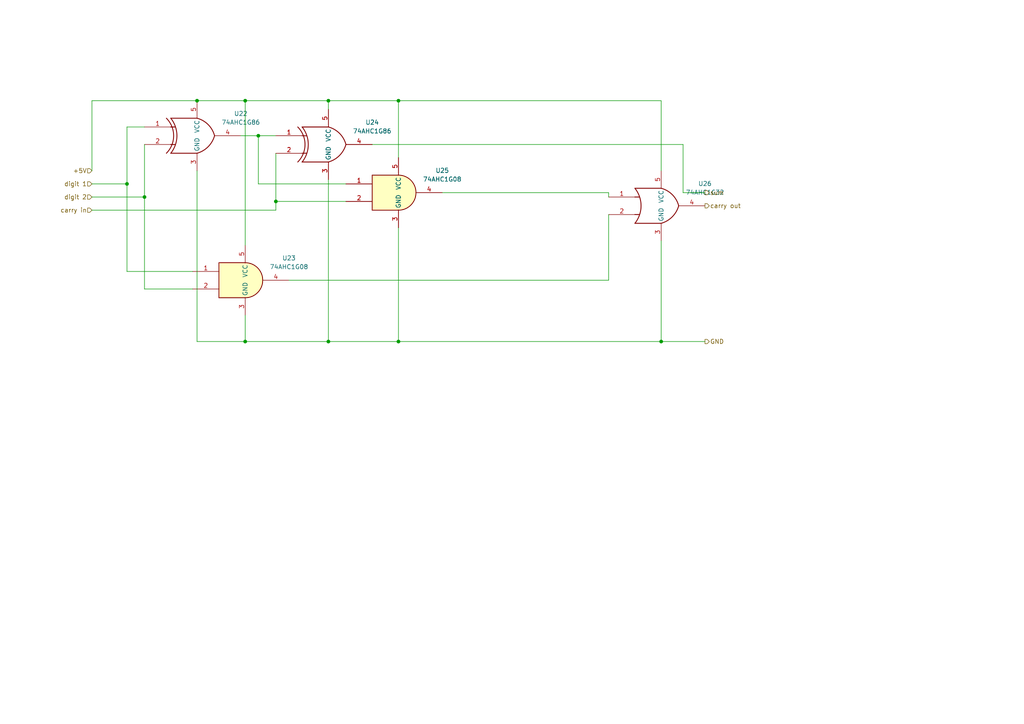
<source format=kicad_sch>
(kicad_sch (version 20250114) (generator "eeschema") (generator_version "9.0")
  (paper "A4")
  (lib_symbols
    (symbol "74xGxx:74AHC1G08"
      (property "Reference" "U" (at -2.54 3.81 0))
      (property "Value" "74AHC1G08" (at 0 -3.81 0))
      (symbol "74AHC1G08_0_1"
        (arc (start 0 5.08) (mid 5.0579 0) (end 0 -5.08) (stroke (width 0.254)) (fill (type background)))
        (polyline (pts (xy 0 -5.08) (xy -7.62 -5.08) (xy -7.62 5.08) (xy 0 5.08)) (stroke (width 0.254)) (fill (type background)))
      )
      (symbol "74AHC1G08_1_1"
        (pin input line (at -15.24 2.54 0) (length 7.62) (name "~") (number "1"))
        (pin input line (at -15.24 -2.54 0) (length 7.62) (name "~") (number "2"))
        (pin power_in line (at 0 10.16 270) (length 5.08) (name "VCC") (number "5"))
        (pin power_in line (at 0 -10.16 90) (length 5.08) (name "GND") (number "3"))
        (pin output line (at 12.7 0 180) (length 7.62) (name "~") (number "4"))
      )
    )
    (symbol "74xGxx:74AHC1G32"
      (property "Reference" "U" (at -2.54 3.81 0))
      (property "Value" "74AHC1G32" (at 0 -3.81 0))
      (symbol "74AHC1G32_0_1"
        (arc (start -7.62 5.08) (mid -5.838 0) (end -7.62 -5.08) (stroke (width 0.254)))
        (polyline (pts (xy -7.62 2.54) (xy -6.35 2.54)) (stroke (width 0.254)) (fill (type background)))
        (polyline (pts (xy -7.62 -2.54) (xy -6.35 -2.54)) (stroke (width 0.254)) (fill (type background)))
        (arc (start 5.08 0) (mid 3.202 -3.202) (end 0 -5.08) (stroke (width 0.254)))
        (arc (start 0 5.08) (mid 3.2271 3.2271) (end 5.08 0) (stroke (width 0.254)))
        (polyline (pts (xy 0 5.08) (xy -7.62 5.08)) (stroke (width 0.254)) (fill (type background)))
        (polyline (pts (xy 0 -5.08) (xy -7.62 -5.08)) (stroke (width 0.254)) (fill (type background)))
      )
      (symbol "74AHC1G32_1_1"
        (pin input line (at -15.24 2.54 0) (length 7.62) (name "~") (number "1"))
        (pin input line (at -15.24 -2.54 0) (length 7.62) (name "~") (number "2"))
        (pin power_in line (at 0 10.16 270) (length 5.08) (name "VCC") (number "5"))
        (pin power_in line (at 0 -10.16 90) (length 5.08) (name "GND") (number "3"))
        (pin output line (at 12.7 0 180) (length 7.62) (name "~") (number "4"))
      )
    )
    (symbol "74xGxx:74AHC1G86"
      (property "Reference" "U" (at -2.54 3.81 0))
      (property "Value" "74AHC1G86" (at 0 -3.81 0))
      (symbol "74AHC1G86_0_1"
        (arc (start -8.89 5.08) (mid -6.7858 0) (end -8.89 -5.08) (stroke (width 0.254)))
        (arc (start -7.62 5.08) (mid -5.838 0) (end -7.62 -5.08) (stroke (width 0.254)))
        (polyline (pts (xy -7.62 2.54) (xy -6.35 2.54)) (stroke (width 0.254)) (fill (type background)))
        (polyline (pts (xy -7.62 -2.54) (xy -6.35 -2.54)) (stroke (width 0.254)) (fill (type background)))
        (arc (start 5.08 0) (mid 3.202 -3.202) (end 0 -5.08) (stroke (width 0.254)))
        (arc (start 0 5.08) (mid 3.2271 3.2271) (end 5.08 0) (stroke (width 0.254)))
        (polyline (pts (xy 0 5.08) (xy -7.62 5.08)) (stroke (width 0.254)) (fill (type background)))
        (polyline (pts (xy 0 -5.08) (xy -7.62 -5.08)) (stroke (width 0.254)) (fill (type background)))
      )
      (symbol "74AHC1G86_1_1"
        (pin input line (at -15.24 2.54 0) (length 7.62) (name "~") (number "1"))
        (pin input line (at -15.24 -2.54 0) (length 7.62) (name "~") (number "2"))
        (pin power_in line (at 0 10.16 270) (length 5.08) (name "VCC") (number "5"))
        (pin power_in line (at 0 -10.16 90) (length 5.08) (name "GND") (number "3"))
        (pin output line (at 12.7 0 180) (length 7.62) (name "~") (number "4"))
      )
    )
  )
  (junction (at 41.91 57.15))
  (junction (at 191.77 99.06))
  (junction (at 36.83 53.34))
  (junction (at 115.57 29.21))
  (junction (at 71.12 29.21))
  (junction (at 74.93 39.37))
  (junction (at 57.15 29.21))
  (junction (at 95.25 99.06))
  (junction (at 115.57 99.06))
  (junction (at 71.12 99.06))
  (junction (at 80.01 58.42))
  (junction (at 95.25 29.21))
  (wire (pts (xy 204.47 99.06) (xy 191.77 99.06)))
  (wire (pts (xy 128.27 55.88) (xy 176.53 55.88)))
  (wire (pts (xy 36.83 78.74) (xy 36.83 53.34)))
  (wire (pts (xy 57.15 29.21) (xy 71.12 29.21)))
  (wire (pts (xy 26.67 53.34) (xy 36.83 53.34)))
  (wire (pts (xy 36.83 36.83) (xy 41.91 36.83)))
  (wire (pts (xy 115.57 99.06) (xy 95.25 99.06)))
  (wire (pts (xy 95.25 99.06) (xy 71.12 99.06)))
  (wire (pts (xy 80.01 58.42) (xy 80.01 44.45)))
  (wire (pts (xy 74.93 39.37) (xy 74.93 53.34)))
  (wire (pts (xy 71.12 29.21) (xy 71.12 71.12)))
  (wire (pts (xy 74.93 39.37) (xy 80.01 39.37)))
  (wire (pts (xy 71.12 91.44) (xy 71.12 99.06)))
  (wire (pts (xy 95.25 52.07) (xy 95.25 99.06)))
  (wire (pts (xy 55.88 78.74) (xy 36.83 78.74)))
  (wire (pts (xy 198.12 41.91) (xy 198.12 55.88)))
  (wire (pts (xy 191.77 99.06) (xy 115.57 99.06)))
  (wire (pts (xy 80.01 60.96) (xy 80.01 58.42)))
  (wire (pts (xy 26.67 60.96) (xy 80.01 60.96)))
  (wire (pts (xy 57.15 99.06) (xy 57.15 49.53)))
  (wire (pts (xy 26.67 57.15) (xy 41.91 57.15)))
  (wire (pts (xy 95.25 29.21) (xy 71.12 29.21)))
  (wire (pts (xy 176.53 62.23) (xy 176.53 81.28)))
  (wire (pts (xy 176.53 81.28) (xy 83.82 81.28)))
  (wire (pts (xy 191.77 69.85) (xy 191.77 99.06)))
  (wire (pts (xy 26.67 49.53) (xy 26.67 29.21)))
  (wire (pts (xy 71.12 99.06) (xy 57.15 99.06)))
  (wire (pts (xy 95.25 31.75) (xy 95.25 29.21)))
  (wire (pts (xy 41.91 83.82) (xy 41.91 57.15)))
  (wire (pts (xy 191.77 29.21) (xy 115.57 29.21)))
  (wire (pts (xy 55.88 83.82) (xy 41.91 83.82)))
  (wire (pts (xy 198.12 55.88) (xy 204.47 55.88)))
  (wire (pts (xy 115.57 66.04) (xy 115.57 99.06)))
  (wire (pts (xy 191.77 49.53) (xy 191.77 29.21)))
  (wire (pts (xy 115.57 29.21) (xy 95.25 29.21)))
  (wire (pts (xy 74.93 53.34) (xy 100.33 53.34)))
  (wire (pts (xy 41.91 57.15) (xy 41.91 41.91)))
  (wire (pts (xy 107.95 41.91) (xy 198.12 41.91)))
  (wire (pts (xy 176.53 55.88) (xy 176.53 57.15)))
  (wire (pts (xy 115.57 29.21) (xy 115.57 45.72)))
  (wire (pts (xy 36.83 53.34) (xy 36.83 36.83)))
  (wire (pts (xy 69.85 39.37) (xy 74.93 39.37)))
  (wire (pts (xy 80.01 58.42) (xy 100.33 58.42)))
  (wire (pts (xy 26.67 29.21) (xy 57.15 29.21)))
  (hierarchical_label "carry out" (shape output) (at 204.47 59.69 0))
  (hierarchical_label "carry in" (shape input) (at 26.67 60.96 180))
  (hierarchical_label "GND" (shape output) (at 204.47 99.06 0))
  (hierarchical_label "+5V" (shape input) (at 26.67 49.53 180))
  (hierarchical_label "digit 2" (shape input) (at 26.67 57.15 180))
  (hierarchical_label "digit 1" (shape input) (at 26.67 53.34 180))
  (hierarchical_label "sum" (shape output) (at 204.47 55.88 0))
  (symbol (lib_id "74xGxx:74AHC1G08") (at 71.12 81.28 0) (unit 1)
    (property "Reference" "U8" (at 83.82 74.8598 0))
    (property "Value" "74AHC1G08" (at 83.82 77.3998 0))
    (property "Datasheet" "http://www.ti.com/lit/sg/scyt129e/scyt129e.pdf" (effects (hide yes)))
    (property "Description" "Single AND Gate, Low-Voltage CMOS" (effects (hide yes)))
    (instances (project "ALU" (path "" (reference "U23") (unit 1)) (path "" (reference "U18") (unit 1)) (path "" (reference "U8") (unit 1)) (path "" (reference "U13") (unit 1))))
  )
  (symbol (lib_id "74xGxx:74AHC1G86") (at 95.25 41.91 0) (unit 1)
    (property "Reference" "U9" (at 107.95 35.4898 0))
    (property "Value" "74AHC1G86" (at 107.95 38.0298 0))
    (property "Datasheet" "http://www.ti.com/lit/sg/scyt129e/scyt129e.pdf" (effects (hide yes)))
    (property "Description" "Single XOR Gate, Low-Voltage CMOS" (effects (hide yes)))
    (instances (project "ALU" (path "" (reference "U24") (unit 1)) (path "" (reference "U19") (unit 1)) (path "" (reference "U9") (unit 1)) (path "" (reference "U14") (unit 1))))
  )
  (symbol (lib_id "74xGxx:74AHC1G08") (at 115.57 55.88 0) (unit 1)
    (property "Reference" "U10" (at 128.27 49.4598 0))
    (property "Value" "74AHC1G08" (at 128.27 51.9998 0))
    (property "Datasheet" "http://www.ti.com/lit/sg/scyt129e/scyt129e.pdf" (effects (hide yes)))
    (property "Description" "Single AND Gate, Low-Voltage CMOS" (effects (hide yes)))
    (instances (project "ALU" (path "" (reference "U25") (unit 1)) (path "" (reference "U20") (unit 1)) (path "" (reference "U10") (unit 1)) (path "" (reference "U15") (unit 1))))
  )
  (symbol (lib_id "74xGxx:74AHC1G32") (at 191.77 59.69 0) (unit 1)
    (property "Reference" "U11" (at 204.47 53.2698 0))
    (property "Value" "74AHC1G32" (at 204.47 55.8098 0))
    (property "Datasheet" "http://www.ti.com/lit/sg/scyt129e/scyt129e.pdf" (effects (hide yes)))
    (property "Description" "Single OR Gate, Low-Voltage CMOS" (effects (hide yes)))
    (instances (project "ALU" (path "" (reference "U26") (unit 1)) (path "" (reference "U21") (unit 1)) (path "" (reference "U11") (unit 1)) (path "" (reference "U16") (unit 1))))
  )
  (symbol (lib_id "74xGxx:74AHC1G86") (at 57.15 39.37 0) (unit 1)
    (property "Reference" "U7" (at 69.85 32.9498 0))
    (property "Value" "74AHC1G86" (at 69.85 35.4898 0))
    (property "Datasheet" "http://www.ti.com/lit/sg/scyt129e/scyt129e.pdf" (effects (hide yes)))
    (property "Description" "Single XOR Gate, Low-Voltage CMOS" (effects (hide yes)))
    (instances (project "ALU" (path "" (reference "U22") (unit 1)) (path "" (reference "U17") (unit 1)) (path "" (reference "U7") (unit 1)) (path "" (reference "U12") (unit 1))))
  )
)
</source>
